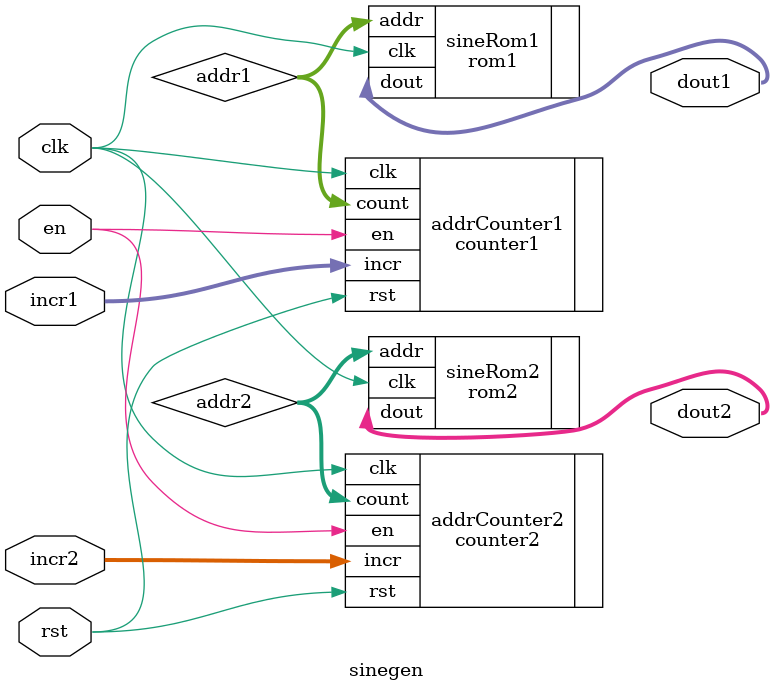
<source format=sv>
module sinegen #(
    parameter       A_WIDTH = 8,
                    D_WIDTH = 8
)(
    input logic                 clk,
    input logic                 rst,
    input logic                 en,
    input logic [D_WIDTH-1:0]   incr1,
    input logic [D_WIDTH-1:0]   incr2,
    output logic [D_WIDTH-1:0]  dout1,
    output logic [D_WIDTH-1:0]  dout2
);

    logic   [A_WIDTH-1:0]       addr1;
    logic   [A_WIDTH-1:0]       addr2;

counter1 addrCounter1 (
    .clk (clk),
    .rst (rst),
    .en (en),
    .incr (incr1),
    .count (addr1)
);

counter2 addrCounter2 (
    .clk (clk),
    .rst (rst),
    .en (en),
    .incr (incr2),
    .count (addr2)
);

rom1 sineRom1 (
    .clk (clk),
    .addr (addr1),
    .dout (dout1)
);

rom2 sineRom2 (
    .clk (clk),
    .addr (addr2),
    .dout (dout2)
);

endmodule

</source>
